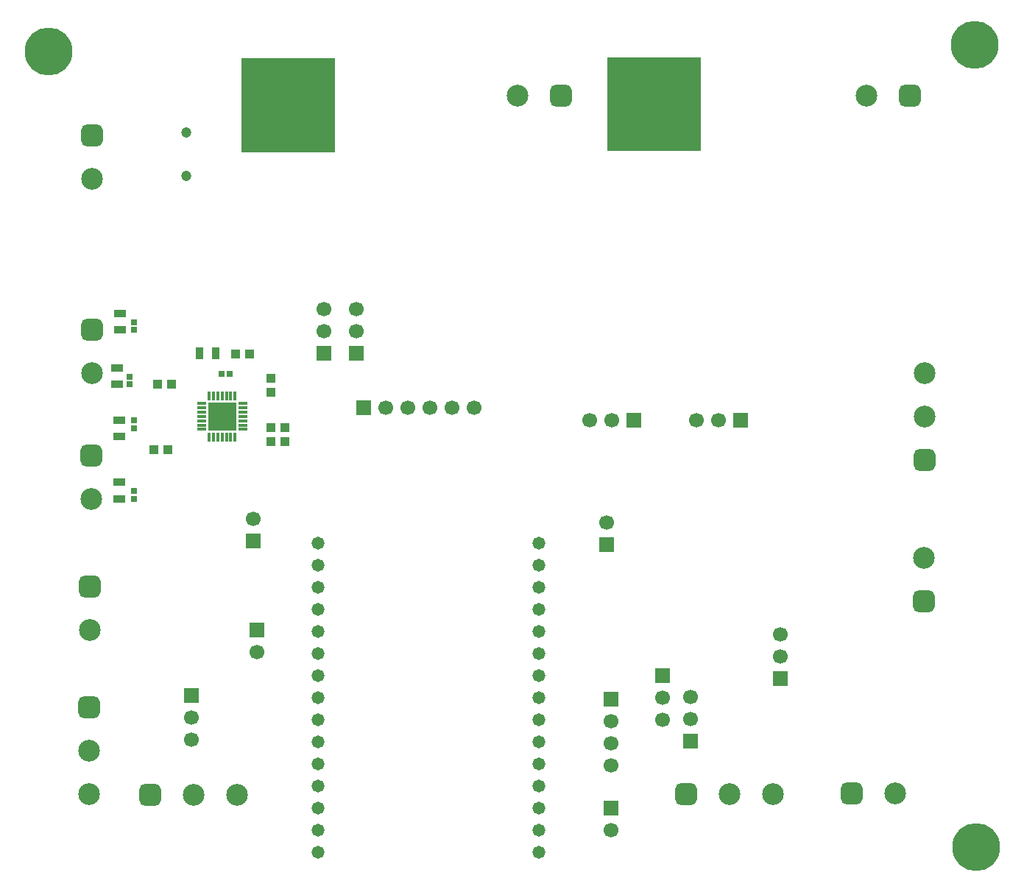
<source format=gbs>
G04*
G04 #@! TF.GenerationSoftware,Altium Limited,Altium Designer,22.10.1 (41)*
G04*
G04 Layer_Color=16711935*
%FSLAX25Y25*%
%MOIN*%
G70*
G04*
G04 #@! TF.SameCoordinates,F8C157B4-DA96-4F04-9901-D09C045D4249*
G04*
G04*
G04 #@! TF.FilePolarity,Negative*
G04*
G01*
G75*
%ADD58R,0.04331X0.04134*%
%ADD63R,0.03543X0.05512*%
%ADD64R,0.05512X0.03543*%
%ADD72C,0.05800*%
%ADD73C,0.09843*%
G04:AMPARAMS|DCode=74|XSize=98.43mil|YSize=98.43mil|CornerRadius=25.59mil|HoleSize=0mil|Usage=FLASHONLY|Rotation=90.000|XOffset=0mil|YOffset=0mil|HoleType=Round|Shape=RoundedRectangle|*
%AMROUNDEDRECTD74*
21,1,0.09843,0.04724,0,0,90.0*
21,1,0.04724,0.09843,0,0,90.0*
1,1,0.05118,0.02362,0.02362*
1,1,0.05118,0.02362,-0.02362*
1,1,0.05118,-0.02362,-0.02362*
1,1,0.05118,-0.02362,0.02362*
%
%ADD74ROUNDEDRECTD74*%
G04:AMPARAMS|DCode=75|XSize=98.43mil|YSize=98.43mil|CornerRadius=25.59mil|HoleSize=0mil|Usage=FLASHONLY|Rotation=0.000|XOffset=0mil|YOffset=0mil|HoleType=Round|Shape=RoundedRectangle|*
%AMROUNDEDRECTD75*
21,1,0.09843,0.04724,0,0,0.0*
21,1,0.04724,0.09843,0,0,0.0*
1,1,0.05118,0.02362,-0.02362*
1,1,0.05118,-0.02362,-0.02362*
1,1,0.05118,-0.02362,0.02362*
1,1,0.05118,0.02362,0.02362*
%
%ADD75ROUNDEDRECTD75*%
%ADD76C,0.04724*%
%ADD77C,0.21654*%
%ADD78C,0.06693*%
%ADD79R,0.06693X0.06693*%
%ADD80R,0.06693X0.06693*%
%ADD81C,0.02756*%
%ADD111R,0.04134X0.04331*%
%ADD112R,0.02874X0.02717*%
%ADD113R,0.02717X0.02874*%
G04:AMPARAMS|DCode=114|XSize=41.73mil|YSize=14.57mil|CornerRadius=3.3mil|HoleSize=0mil|Usage=FLASHONLY|Rotation=180.000|XOffset=0mil|YOffset=0mil|HoleType=Round|Shape=RoundedRectangle|*
%AMROUNDEDRECTD114*
21,1,0.04173,0.00797,0,0,180.0*
21,1,0.03514,0.01457,0,0,180.0*
1,1,0.00659,-0.01757,0.00399*
1,1,0.00659,0.01757,0.00399*
1,1,0.00659,0.01757,-0.00399*
1,1,0.00659,-0.01757,-0.00399*
%
%ADD114ROUNDEDRECTD114*%
G04:AMPARAMS|DCode=115|XSize=41.73mil|YSize=14.57mil|CornerRadius=3.3mil|HoleSize=0mil|Usage=FLASHONLY|Rotation=270.000|XOffset=0mil|YOffset=0mil|HoleType=Round|Shape=RoundedRectangle|*
%AMROUNDEDRECTD115*
21,1,0.04173,0.00797,0,0,270.0*
21,1,0.03514,0.01457,0,0,270.0*
1,1,0.00659,-0.00399,-0.01757*
1,1,0.00659,-0.00399,0.01757*
1,1,0.00659,0.00399,0.01757*
1,1,0.00659,0.00399,-0.01757*
%
%ADD115ROUNDEDRECTD115*%
%ADD116R,0.12598X0.12598*%
G36*
X107010Y372966D02*
Y330219D01*
X149345D01*
Y372966D01*
X107010D01*
D02*
G37*
G36*
X272638Y373327D02*
Y331004D01*
X315013D01*
Y373316D01*
X315022Y373325D01*
X272638Y373327D01*
D02*
G37*
D58*
X126673Y205610D02*
D03*
Y199311D02*
D03*
X120374Y205413D02*
D03*
Y199114D02*
D03*
Y227713D02*
D03*
Y221413D02*
D03*
D63*
X95460Y239252D02*
D03*
X87980D02*
D03*
D64*
X51703Y208921D02*
D03*
Y201441D02*
D03*
X51673Y173327D02*
D03*
Y180807D02*
D03*
X51870Y249803D02*
D03*
Y257283D02*
D03*
X50590Y225197D02*
D03*
Y232677D02*
D03*
D72*
X241732Y153150D02*
D03*
Y143150D02*
D03*
Y133150D02*
D03*
Y123150D02*
D03*
Y113150D02*
D03*
Y103150D02*
D03*
Y93150D02*
D03*
Y83150D02*
D03*
Y73150D02*
D03*
Y63150D02*
D03*
Y53150D02*
D03*
Y43150D02*
D03*
Y33150D02*
D03*
Y23150D02*
D03*
Y13150D02*
D03*
X141732D02*
D03*
Y23150D02*
D03*
Y33150D02*
D03*
Y43150D02*
D03*
Y53150D02*
D03*
Y63150D02*
D03*
Y73150D02*
D03*
Y83150D02*
D03*
Y93150D02*
D03*
Y103150D02*
D03*
Y113150D02*
D03*
Y123150D02*
D03*
Y133150D02*
D03*
Y143150D02*
D03*
Y153150D02*
D03*
D73*
X416339Y230315D02*
D03*
Y210630D02*
D03*
X347736Y39665D02*
D03*
X328051D02*
D03*
X38091Y39370D02*
D03*
Y59055D02*
D03*
X104921Y39173D02*
D03*
X85236D02*
D03*
X38386Y113878D02*
D03*
X403051Y39934D02*
D03*
X416142Y146457D02*
D03*
X38878Y173130D02*
D03*
X39272Y230315D02*
D03*
X389970Y355850D02*
D03*
X39224Y318110D02*
D03*
X232087Y355905D02*
D03*
D74*
X416339Y190945D02*
D03*
X38091Y78740D02*
D03*
X38386Y133563D02*
D03*
X416142Y126772D02*
D03*
X38878Y192815D02*
D03*
X39272Y250000D02*
D03*
X39224Y337795D02*
D03*
D75*
X308366Y39665D02*
D03*
X65551Y39173D02*
D03*
X383366Y39934D02*
D03*
X409655Y355850D02*
D03*
X251772Y355905D02*
D03*
D76*
X82087Y319390D02*
D03*
Y339075D02*
D03*
D77*
X439665Y15650D02*
D03*
X19539Y375984D02*
D03*
X438976Y378839D02*
D03*
D78*
X172382Y214567D02*
D03*
X182382D02*
D03*
X192382D02*
D03*
X202382D02*
D03*
X212382D02*
D03*
X274311Y52638D02*
D03*
Y62638D02*
D03*
Y72638D02*
D03*
X350984Y111870D02*
D03*
Y101870D02*
D03*
X297578Y73268D02*
D03*
Y83268D02*
D03*
X84449Y64311D02*
D03*
Y74311D02*
D03*
X310335Y83622D02*
D03*
Y73622D02*
D03*
X144193Y259252D02*
D03*
Y249252D02*
D03*
X158858Y259252D02*
D03*
Y249252D02*
D03*
X264665Y208850D02*
D03*
X274665D02*
D03*
X312972Y209012D02*
D03*
X322972D02*
D03*
X272441Y162461D02*
D03*
X112303Y164035D02*
D03*
X114075Y103789D02*
D03*
X274311Y23150D02*
D03*
D79*
X162382Y214567D02*
D03*
X284665Y208850D02*
D03*
X332972Y209012D02*
D03*
D80*
X274311Y82638D02*
D03*
X350984Y91870D02*
D03*
X297578Y93268D02*
D03*
X84449Y84311D02*
D03*
X310335Y63622D02*
D03*
X144193Y239252D02*
D03*
X158858D02*
D03*
X272441Y152461D02*
D03*
X112303Y154035D02*
D03*
X114075Y113789D02*
D03*
X274311Y33150D02*
D03*
D81*
X275708Y370747D02*
D03*
Y364842D02*
D03*
Y358936D02*
D03*
Y353030D02*
D03*
Y347125D02*
D03*
Y341219D02*
D03*
Y335314D02*
D03*
X281613D02*
D03*
X287519D02*
D03*
X293425D02*
D03*
X299330D02*
D03*
X305236D02*
D03*
X311141D02*
D03*
Y341219D02*
D03*
X305236D02*
D03*
X299330D02*
D03*
X293425D02*
D03*
X287519D02*
D03*
X281613D02*
D03*
X311141Y347125D02*
D03*
X305236D02*
D03*
X299330D02*
D03*
X293425D02*
D03*
X287519D02*
D03*
X281613D02*
D03*
X311141Y353030D02*
D03*
X305236D02*
D03*
X299330D02*
D03*
X293425D02*
D03*
X287519D02*
D03*
X281613D02*
D03*
X311141Y358936D02*
D03*
X305236D02*
D03*
X299330D02*
D03*
X293425D02*
D03*
X287519D02*
D03*
X281613D02*
D03*
X311141Y364842D02*
D03*
X305236D02*
D03*
X299330D02*
D03*
X293425D02*
D03*
X287519D02*
D03*
X281613D02*
D03*
X311141Y370747D02*
D03*
X305236D02*
D03*
X299330D02*
D03*
X293425D02*
D03*
X287519D02*
D03*
X281613D02*
D03*
X116043Y370079D02*
D03*
X121949D02*
D03*
X127854D02*
D03*
X133760D02*
D03*
X139665D02*
D03*
X145571D02*
D03*
X116043Y364173D02*
D03*
X121949D02*
D03*
X127854D02*
D03*
X133760D02*
D03*
X139665D02*
D03*
X145571D02*
D03*
X116043Y358268D02*
D03*
X121949D02*
D03*
X127854D02*
D03*
X133760D02*
D03*
X139665D02*
D03*
X145571D02*
D03*
X116043Y352362D02*
D03*
X121949D02*
D03*
X127854D02*
D03*
X133760D02*
D03*
X139665D02*
D03*
X145571D02*
D03*
X116043Y346457D02*
D03*
X121949D02*
D03*
X127854D02*
D03*
X133760D02*
D03*
X139665D02*
D03*
X145571D02*
D03*
X116043Y340551D02*
D03*
X121949D02*
D03*
X127854D02*
D03*
X133760D02*
D03*
X139665D02*
D03*
X145571D02*
D03*
Y334646D02*
D03*
X139665D02*
D03*
X133760D02*
D03*
X127854D02*
D03*
X121949D02*
D03*
X116043D02*
D03*
X110138D02*
D03*
Y340551D02*
D03*
Y346457D02*
D03*
Y352362D02*
D03*
Y358268D02*
D03*
Y364173D02*
D03*
Y370079D02*
D03*
X103051Y205807D02*
D03*
X99836Y209022D02*
D03*
Y215453D02*
D03*
X103051D02*
D03*
X93405D02*
D03*
X103051Y209022D02*
D03*
Y212238D02*
D03*
X99836Y205807D02*
D03*
Y212238D02*
D03*
X96621Y205807D02*
D03*
Y209022D02*
D03*
Y212238D02*
D03*
Y215453D02*
D03*
X93405Y209022D02*
D03*
Y212238D02*
D03*
Y205807D02*
D03*
D111*
X69095Y225295D02*
D03*
X75394D02*
D03*
X110716Y238855D02*
D03*
X104417D02*
D03*
X67335Y195607D02*
D03*
X73634D02*
D03*
D112*
X58415Y205190D02*
D03*
Y208733D02*
D03*
X58415Y176870D02*
D03*
Y173327D02*
D03*
X58465Y253248D02*
D03*
Y249705D02*
D03*
X56250Y228630D02*
D03*
Y225087D02*
D03*
D113*
X98064Y229823D02*
D03*
X101608D02*
D03*
D114*
X107567Y216530D02*
D03*
Y214561D02*
D03*
Y212593D02*
D03*
Y210624D02*
D03*
Y208656D02*
D03*
Y206687D02*
D03*
Y204719D02*
D03*
X88866D02*
D03*
Y206687D02*
D03*
Y208656D02*
D03*
Y210624D02*
D03*
Y212593D02*
D03*
Y214561D02*
D03*
Y216530D02*
D03*
D115*
X92311Y219975D02*
D03*
X94279D02*
D03*
X96248D02*
D03*
X98216D02*
D03*
X100185D02*
D03*
X102154D02*
D03*
X104122D02*
D03*
Y201274D02*
D03*
X102154D02*
D03*
X98216D02*
D03*
X96248D02*
D03*
X94279D02*
D03*
X92311D02*
D03*
X100185D02*
D03*
D116*
X98216Y210624D02*
D03*
M02*

</source>
